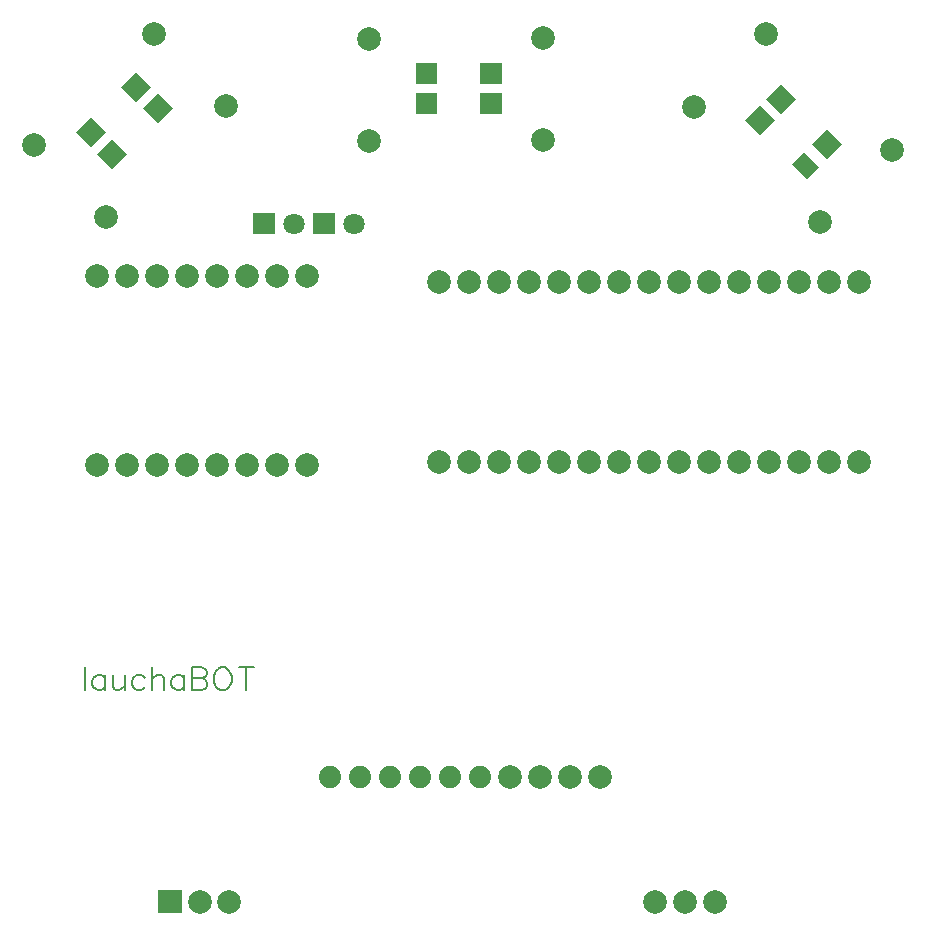
<source format=gtl>
G04 Layer: TopLayer*
G04 EasyEDA v6.5.5, 2022-07-13 22:11:28*
G04 388c56e55b024576a5eedb72c528fe0a,d87ca97578a24c0188edd79bd05468ec,10*
G04 Gerber Generator version 0.2*
G04 Scale: 100 percent, Rotated: No, Reflected: No *
G04 Dimensions in millimeters *
G04 leading zeros omitted , absolute positions ,4 integer and 5 decimal *
%FSLAX45Y45*%
%MOMM*%

%ADD12C,0.2032*%
%ADD14C,2.0000*%
%ADD16C,1.8000*%
%ADD18C,1.8800*%

%LPD*%
D12*
X812800Y-5573521D02*
G01*
X812800Y-5767323D01*
X984504Y-5638037D02*
G01*
X984504Y-5767323D01*
X984504Y-5665723D02*
G01*
X966215Y-5647436D01*
X947673Y-5638037D01*
X919987Y-5638037D01*
X901445Y-5647436D01*
X882904Y-5665723D01*
X873760Y-5693410D01*
X873760Y-5711952D01*
X882904Y-5739637D01*
X901445Y-5758179D01*
X919987Y-5767323D01*
X947673Y-5767323D01*
X966215Y-5758179D01*
X984504Y-5739637D01*
X1045463Y-5638037D02*
G01*
X1045463Y-5730494D01*
X1054862Y-5758179D01*
X1073150Y-5767323D01*
X1101089Y-5767323D01*
X1119378Y-5758179D01*
X1147063Y-5730494D01*
X1147063Y-5638037D02*
G01*
X1147063Y-5767323D01*
X1319021Y-5665723D02*
G01*
X1300479Y-5647436D01*
X1281937Y-5638037D01*
X1254252Y-5638037D01*
X1235710Y-5647436D01*
X1217421Y-5665723D01*
X1208023Y-5693410D01*
X1208023Y-5711952D01*
X1217421Y-5739637D01*
X1235710Y-5758179D01*
X1254252Y-5767323D01*
X1281937Y-5767323D01*
X1300479Y-5758179D01*
X1319021Y-5739637D01*
X1379981Y-5573521D02*
G01*
X1379981Y-5767323D01*
X1379981Y-5675121D02*
G01*
X1407668Y-5647436D01*
X1426210Y-5638037D01*
X1453895Y-5638037D01*
X1472184Y-5647436D01*
X1481581Y-5675121D01*
X1481581Y-5767323D01*
X1653286Y-5638037D02*
G01*
X1653286Y-5767323D01*
X1653286Y-5665723D02*
G01*
X1634744Y-5647436D01*
X1616455Y-5638037D01*
X1588770Y-5638037D01*
X1570228Y-5647436D01*
X1551686Y-5665723D01*
X1542542Y-5693410D01*
X1542542Y-5711952D01*
X1551686Y-5739637D01*
X1570228Y-5758179D01*
X1588770Y-5767323D01*
X1616455Y-5767323D01*
X1634744Y-5758179D01*
X1653286Y-5739637D01*
X1714245Y-5573521D02*
G01*
X1714245Y-5767323D01*
X1714245Y-5573521D02*
G01*
X1797304Y-5573521D01*
X1824989Y-5582665D01*
X1834387Y-5591810D01*
X1843531Y-5610352D01*
X1843531Y-5628894D01*
X1834387Y-5647436D01*
X1824989Y-5656579D01*
X1797304Y-5665723D01*
X1714245Y-5665723D02*
G01*
X1797304Y-5665723D01*
X1824989Y-5675121D01*
X1834387Y-5684265D01*
X1843531Y-5702807D01*
X1843531Y-5730494D01*
X1834387Y-5749036D01*
X1824989Y-5758179D01*
X1797304Y-5767323D01*
X1714245Y-5767323D01*
X1959863Y-5573521D02*
G01*
X1941575Y-5582665D01*
X1923034Y-5601207D01*
X1913889Y-5619750D01*
X1904492Y-5647436D01*
X1904492Y-5693410D01*
X1913889Y-5721350D01*
X1923034Y-5739637D01*
X1941575Y-5758179D01*
X1959863Y-5767323D01*
X1996947Y-5767323D01*
X2015490Y-5758179D01*
X2033777Y-5739637D01*
X2043175Y-5721350D01*
X2052320Y-5693410D01*
X2052320Y-5647436D01*
X2043175Y-5619750D01*
X2033777Y-5601207D01*
X2015490Y-5582665D01*
X1996947Y-5573521D01*
X1959863Y-5573521D01*
X2178050Y-5573521D02*
G01*
X2178050Y-5767323D01*
X2113279Y-5573521D02*
G01*
X2242565Y-5573521D01*
G36*
X1432001Y-7456500D02*
G01*
X1632000Y-7456500D01*
X1632000Y-7656499D01*
X1432001Y-7656499D01*
G37*
D14*
G01*
X1781987Y-7556500D03*
G01*
X2032000Y-7556500D03*
G36*
X2746087Y-1726125D02*
G01*
X2926087Y-1726125D01*
X2926087Y-1906125D01*
X2746087Y-1906125D01*
G37*
D16*
G01*
X3086100Y-1816100D03*
G36*
X2238113Y-1726125D02*
G01*
X2418113Y-1726125D01*
X2418113Y-1906125D01*
X2238113Y-1906125D01*
G37*
G01*
X2578100Y-1816100D03*
D14*
G01*
X3810000Y-3835400D03*
G01*
X4064000Y-3835400D03*
G01*
X4318000Y-3835400D03*
G01*
X4572000Y-3835400D03*
G01*
X4826000Y-3835400D03*
G01*
X5080000Y-3835400D03*
G01*
X5334000Y-3835400D03*
G01*
X5588000Y-3835400D03*
G01*
X5842000Y-3835400D03*
G01*
X6096000Y-3835400D03*
G01*
X6350000Y-3835400D03*
G01*
X6604000Y-3835400D03*
G01*
X6858000Y-3835400D03*
G01*
X7112000Y-3835400D03*
G01*
X7366000Y-3835400D03*
G01*
X7366000Y-2311400D03*
G01*
X7112000Y-2311400D03*
G01*
X6858000Y-2311400D03*
G01*
X6604000Y-2311400D03*
G01*
X6350000Y-2311400D03*
G01*
X6096000Y-2311400D03*
G01*
X5842000Y-2311400D03*
G01*
X5588000Y-2311400D03*
G01*
X5334000Y-2311400D03*
G01*
X5080000Y-2311400D03*
G01*
X4826000Y-2311400D03*
G01*
X4572000Y-2311400D03*
G01*
X4318000Y-2311400D03*
G01*
X4064000Y-2311400D03*
G01*
X3810000Y-2311400D03*
G01*
X989329Y-1756587D03*
G01*
X378663Y-1145920D03*
G01*
X2005329Y-816787D03*
G01*
X1394663Y-206120D03*
G01*
X3213100Y-1117600D03*
G01*
X3213100Y-254000D03*
G01*
X4686300Y-1104900D03*
G01*
X4686300Y-241300D03*
G01*
X5965012Y-824229D03*
G01*
X6575679Y-213563D03*
G01*
X7031812Y-1802129D03*
G01*
X7642479Y-1191463D03*
G36*
X731951Y-1043965D02*
G01*
X859231Y-916686D01*
X986510Y-1043965D01*
X859231Y-1171244D01*
G37*
G36*
X911555Y-1223568D02*
G01*
X1038834Y-1096289D01*
X1166113Y-1223568D01*
X1038834Y-1350848D01*
G37*
G36*
X1119886Y-656031D02*
G01*
X1247165Y-528751D01*
X1374444Y-656031D01*
X1247165Y-783310D01*
G37*
G36*
X1299489Y-835634D02*
G01*
X1426768Y-708355D01*
X1554048Y-835634D01*
X1426768Y-962913D01*
G37*
G36*
X3610780Y-456100D02*
G01*
X3790779Y-456100D01*
X3790779Y-636099D01*
X3610780Y-636099D01*
G37*
G36*
X3610780Y-710100D02*
G01*
X3790779Y-710100D01*
X3790779Y-890099D01*
X3610780Y-890099D01*
G37*
G36*
X4159420Y-456100D02*
G01*
X4339419Y-456100D01*
X4339419Y-636099D01*
X4159420Y-636099D01*
G37*
G36*
X4159420Y-710100D02*
G01*
X4339419Y-710100D01*
X4339419Y-890099D01*
X4159420Y-890099D01*
G37*
G36*
X6703034Y-630351D02*
G01*
X6830313Y-757631D01*
X6703034Y-884910D01*
X6575755Y-757631D01*
G37*
G36*
X6523431Y-809955D02*
G01*
X6650710Y-937234D01*
X6523431Y-1064513D01*
X6396151Y-937234D01*
G37*
G36*
X7090968Y-1018286D02*
G01*
X7218248Y-1145565D01*
X7090968Y-1272844D01*
X6963689Y-1145565D01*
G37*
G36*
X6898015Y-1211239D02*
G01*
X7025294Y-1338519D01*
X6924715Y-1439097D01*
X6797436Y-1311818D01*
G37*
G01*
X2184400Y-3860800D03*
G01*
X2438400Y-3860800D03*
G01*
X2692400Y-3860800D03*
G01*
X1930400Y-3860800D03*
G01*
X1676400Y-3860800D03*
G01*
X1422400Y-3860800D03*
G01*
X1168400Y-3860800D03*
G01*
X914400Y-3860800D03*
G01*
X914400Y-2260600D03*
G01*
X1168400Y-2260600D03*
G01*
X1422400Y-2260600D03*
G01*
X1676400Y-2260600D03*
G01*
X1930400Y-2260600D03*
G01*
X2184400Y-2260600D03*
G01*
X2438400Y-2260600D03*
G01*
X2692400Y-2260600D03*
G01*
X4914900Y-6502400D03*
G01*
X4660900Y-6502400D03*
G01*
X4406900Y-6502400D03*
D18*
G01*
X4152900Y-6502400D03*
G01*
X3898900Y-6502400D03*
G01*
X3644900Y-6502400D03*
G01*
X3390900Y-6502400D03*
G01*
X3136900Y-6502400D03*
G01*
X2882900Y-6502400D03*
D14*
G01*
X5168900Y-6502400D03*
G01*
X5638800Y-7556500D03*
G01*
X5892800Y-7556500D03*
G01*
X6146800Y-7556500D03*
M02*

</source>
